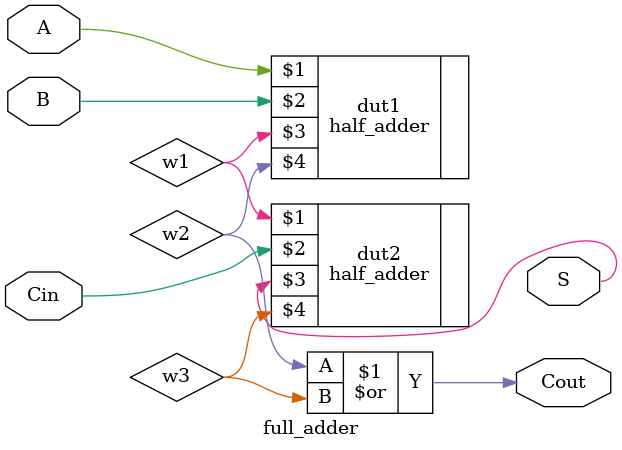
<source format=v>
module full_adder (
    input A,B,Cin,output S,Cout
);
    
    wire w1,w2,w3;
    half_adder dut1 (A,B,w1,w2);
    half_adder dut2 (w1,Cin,S,w3);
    or or1 (Cout,w2,w3);
    

endmodule
</source>
